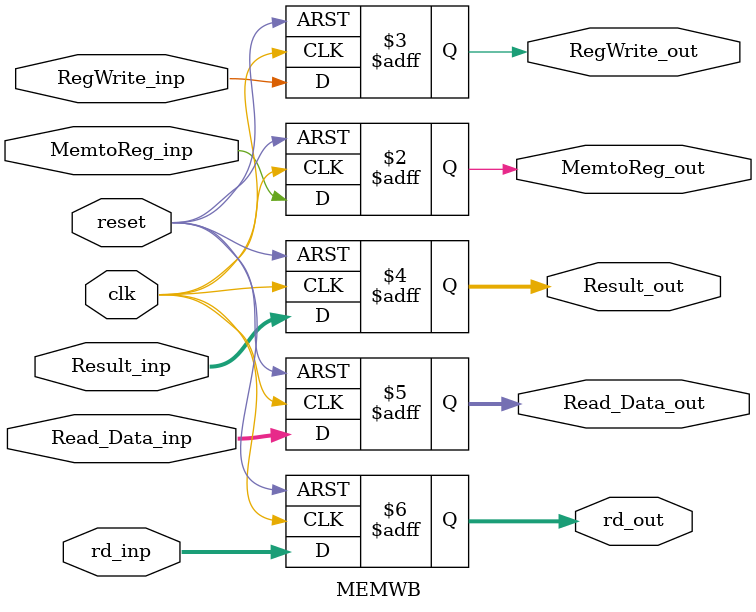
<source format=v>
`timescale 1ns / 1ps
module MEMWB(clk, reset, Result_inp, Read_Data_inp, rd_inp, MemtoReg_inp, RegWrite_inp, MemtoReg_out, RegWrite_out, Result_out, Read_Data_out, rd_out);
  
  input clk;
  input reset;
  input wire [63:0] Result_inp;
  input [63:0]Read_Data_inp;
  input [4:0] rd_inp;
  input wire MemtoReg_inp;		
  input RegWrite_inp;
  output reg MemtoReg_out; 
  output reg RegWrite_out;
  output reg [63:0] Result_out;
  output reg [63:0]Read_Data_out;
  output reg [4:0] rd_out;

  
  always @ (posedge clk or posedge reset)
    begin
    if (reset)
      begin
        Result_out <= 0;
        Read_Data_out <= 0;
        rd_out <= 5'b0;
        MemtoReg_out <= 0;
        RegWrite_out <= 0;
      end
     else 
       begin
        Result_out <= Result_inp;
        Read_Data_out <= Read_Data_inp;
        rd_out <= rd_inp;
        MemtoReg_out <= MemtoReg_inp;
        RegWrite_out <= RegWrite_inp;
       end
    end
endmodule
</source>
